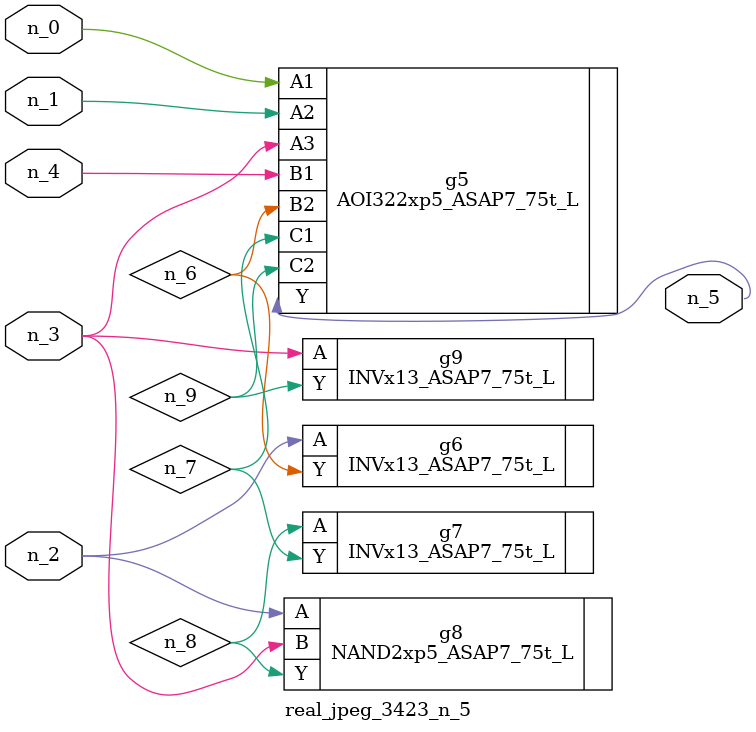
<source format=v>
module real_jpeg_3423_n_5 (n_4, n_0, n_1, n_2, n_3, n_5);

input n_4;
input n_0;
input n_1;
input n_2;
input n_3;

output n_5;

wire n_8;
wire n_6;
wire n_7;
wire n_9;

AOI322xp5_ASAP7_75t_L g5 ( 
.A1(n_0),
.A2(n_1),
.A3(n_3),
.B1(n_4),
.B2(n_6),
.C1(n_7),
.C2(n_9),
.Y(n_5)
);

INVx13_ASAP7_75t_L g6 ( 
.A(n_2),
.Y(n_6)
);

NAND2xp5_ASAP7_75t_L g8 ( 
.A(n_2),
.B(n_3),
.Y(n_8)
);

INVx13_ASAP7_75t_L g9 ( 
.A(n_3),
.Y(n_9)
);

INVx13_ASAP7_75t_L g7 ( 
.A(n_8),
.Y(n_7)
);


endmodule
</source>
